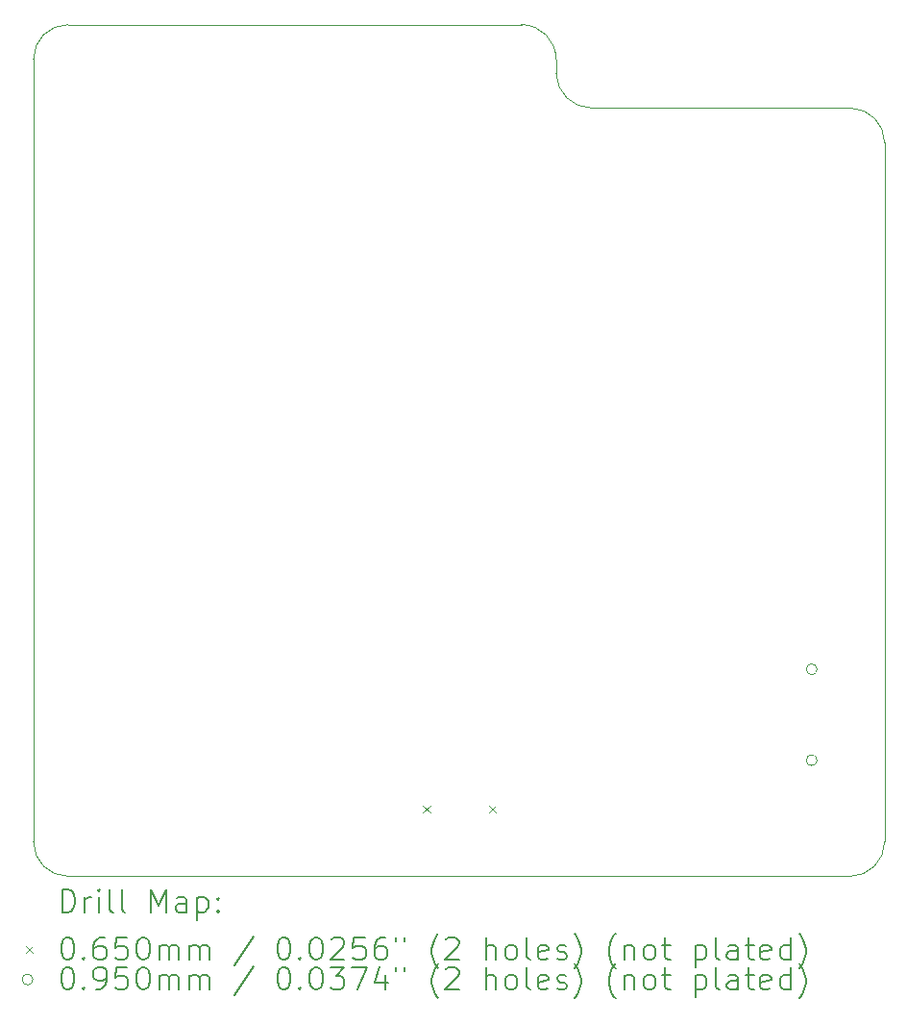
<source format=gbr>
%FSLAX45Y45*%
G04 Gerber Fmt 4.5, Leading zero omitted, Abs format (unit mm)*
G04 Created by KiCad (PCBNEW (6.0.4)) date 2022-07-20 18:14:05*
%MOMM*%
%LPD*%
G01*
G04 APERTURE LIST*
%TA.AperFunction,Profile*%
%ADD10C,0.100000*%
%TD*%
%ADD11C,0.200000*%
%ADD12C,0.065000*%
%ADD13C,0.095000*%
G04 APERTURE END LIST*
D10*
X20750000Y-6789138D02*
X20750000Y-12945862D01*
X13250000Y-12945862D02*
X13250000Y-6054138D01*
X20749999Y-6789138D02*
G75*
G03*
X20450000Y-6485000I-304169J-2D01*
G01*
X17855000Y-6060000D02*
G75*
G03*
X17550000Y-5750000I-305000J4960D01*
G01*
X17550000Y-5750000D02*
X13554138Y-5750000D01*
X13250000Y-12945862D02*
G75*
G03*
X13554138Y-13250000I304140J2D01*
G01*
X20445862Y-13250000D02*
G75*
G03*
X20750000Y-12945862I-2J304140D01*
G01*
X17855000Y-6060000D02*
X17855000Y-6175000D01*
X20450000Y-6485000D02*
X18170000Y-6485000D01*
X13554138Y-5750000D02*
G75*
G03*
X13250000Y-6054138I2J-304140D01*
G01*
X17855000Y-6175000D02*
G75*
G03*
X18170000Y-6485000I315000J5040D01*
G01*
X13554138Y-13250000D02*
X20445862Y-13250000D01*
D11*
D12*
X16683500Y-12627000D02*
X16748500Y-12692000D01*
X16748500Y-12627000D02*
X16683500Y-12692000D01*
X17261500Y-12627000D02*
X17326500Y-12692000D01*
X17326500Y-12627000D02*
X17261500Y-12692000D01*
D13*
X20155009Y-11427500D02*
G75*
G03*
X20155009Y-11427500I-47500J0D01*
G01*
X20155009Y-12227500D02*
G75*
G03*
X20155009Y-12227500I-47500J0D01*
G01*
D11*
X13502619Y-13565476D02*
X13502619Y-13365476D01*
X13550238Y-13365476D01*
X13578809Y-13375000D01*
X13597857Y-13394048D01*
X13607381Y-13413095D01*
X13616905Y-13451190D01*
X13616905Y-13479762D01*
X13607381Y-13517857D01*
X13597857Y-13536905D01*
X13578809Y-13555952D01*
X13550238Y-13565476D01*
X13502619Y-13565476D01*
X13702619Y-13565476D02*
X13702619Y-13432143D01*
X13702619Y-13470238D02*
X13712143Y-13451190D01*
X13721667Y-13441667D01*
X13740714Y-13432143D01*
X13759762Y-13432143D01*
X13826428Y-13565476D02*
X13826428Y-13432143D01*
X13826428Y-13365476D02*
X13816905Y-13375000D01*
X13826428Y-13384524D01*
X13835952Y-13375000D01*
X13826428Y-13365476D01*
X13826428Y-13384524D01*
X13950238Y-13565476D02*
X13931190Y-13555952D01*
X13921667Y-13536905D01*
X13921667Y-13365476D01*
X14055000Y-13565476D02*
X14035952Y-13555952D01*
X14026428Y-13536905D01*
X14026428Y-13365476D01*
X14283571Y-13565476D02*
X14283571Y-13365476D01*
X14350238Y-13508333D01*
X14416905Y-13365476D01*
X14416905Y-13565476D01*
X14597857Y-13565476D02*
X14597857Y-13460714D01*
X14588333Y-13441667D01*
X14569286Y-13432143D01*
X14531190Y-13432143D01*
X14512143Y-13441667D01*
X14597857Y-13555952D02*
X14578809Y-13565476D01*
X14531190Y-13565476D01*
X14512143Y-13555952D01*
X14502619Y-13536905D01*
X14502619Y-13517857D01*
X14512143Y-13498809D01*
X14531190Y-13489286D01*
X14578809Y-13489286D01*
X14597857Y-13479762D01*
X14693095Y-13432143D02*
X14693095Y-13632143D01*
X14693095Y-13441667D02*
X14712143Y-13432143D01*
X14750238Y-13432143D01*
X14769286Y-13441667D01*
X14778809Y-13451190D01*
X14788333Y-13470238D01*
X14788333Y-13527381D01*
X14778809Y-13546428D01*
X14769286Y-13555952D01*
X14750238Y-13565476D01*
X14712143Y-13565476D01*
X14693095Y-13555952D01*
X14874048Y-13546428D02*
X14883571Y-13555952D01*
X14874048Y-13565476D01*
X14864524Y-13555952D01*
X14874048Y-13546428D01*
X14874048Y-13565476D01*
X14874048Y-13441667D02*
X14883571Y-13451190D01*
X14874048Y-13460714D01*
X14864524Y-13451190D01*
X14874048Y-13441667D01*
X14874048Y-13460714D01*
D12*
X13180000Y-13862500D02*
X13245000Y-13927500D01*
X13245000Y-13862500D02*
X13180000Y-13927500D01*
D11*
X13540714Y-13785476D02*
X13559762Y-13785476D01*
X13578809Y-13795000D01*
X13588333Y-13804524D01*
X13597857Y-13823571D01*
X13607381Y-13861667D01*
X13607381Y-13909286D01*
X13597857Y-13947381D01*
X13588333Y-13966428D01*
X13578809Y-13975952D01*
X13559762Y-13985476D01*
X13540714Y-13985476D01*
X13521667Y-13975952D01*
X13512143Y-13966428D01*
X13502619Y-13947381D01*
X13493095Y-13909286D01*
X13493095Y-13861667D01*
X13502619Y-13823571D01*
X13512143Y-13804524D01*
X13521667Y-13795000D01*
X13540714Y-13785476D01*
X13693095Y-13966428D02*
X13702619Y-13975952D01*
X13693095Y-13985476D01*
X13683571Y-13975952D01*
X13693095Y-13966428D01*
X13693095Y-13985476D01*
X13874048Y-13785476D02*
X13835952Y-13785476D01*
X13816905Y-13795000D01*
X13807381Y-13804524D01*
X13788333Y-13833095D01*
X13778809Y-13871190D01*
X13778809Y-13947381D01*
X13788333Y-13966428D01*
X13797857Y-13975952D01*
X13816905Y-13985476D01*
X13855000Y-13985476D01*
X13874048Y-13975952D01*
X13883571Y-13966428D01*
X13893095Y-13947381D01*
X13893095Y-13899762D01*
X13883571Y-13880714D01*
X13874048Y-13871190D01*
X13855000Y-13861667D01*
X13816905Y-13861667D01*
X13797857Y-13871190D01*
X13788333Y-13880714D01*
X13778809Y-13899762D01*
X14074048Y-13785476D02*
X13978809Y-13785476D01*
X13969286Y-13880714D01*
X13978809Y-13871190D01*
X13997857Y-13861667D01*
X14045476Y-13861667D01*
X14064524Y-13871190D01*
X14074048Y-13880714D01*
X14083571Y-13899762D01*
X14083571Y-13947381D01*
X14074048Y-13966428D01*
X14064524Y-13975952D01*
X14045476Y-13985476D01*
X13997857Y-13985476D01*
X13978809Y-13975952D01*
X13969286Y-13966428D01*
X14207381Y-13785476D02*
X14226428Y-13785476D01*
X14245476Y-13795000D01*
X14255000Y-13804524D01*
X14264524Y-13823571D01*
X14274048Y-13861667D01*
X14274048Y-13909286D01*
X14264524Y-13947381D01*
X14255000Y-13966428D01*
X14245476Y-13975952D01*
X14226428Y-13985476D01*
X14207381Y-13985476D01*
X14188333Y-13975952D01*
X14178809Y-13966428D01*
X14169286Y-13947381D01*
X14159762Y-13909286D01*
X14159762Y-13861667D01*
X14169286Y-13823571D01*
X14178809Y-13804524D01*
X14188333Y-13795000D01*
X14207381Y-13785476D01*
X14359762Y-13985476D02*
X14359762Y-13852143D01*
X14359762Y-13871190D02*
X14369286Y-13861667D01*
X14388333Y-13852143D01*
X14416905Y-13852143D01*
X14435952Y-13861667D01*
X14445476Y-13880714D01*
X14445476Y-13985476D01*
X14445476Y-13880714D02*
X14455000Y-13861667D01*
X14474048Y-13852143D01*
X14502619Y-13852143D01*
X14521667Y-13861667D01*
X14531190Y-13880714D01*
X14531190Y-13985476D01*
X14626428Y-13985476D02*
X14626428Y-13852143D01*
X14626428Y-13871190D02*
X14635952Y-13861667D01*
X14655000Y-13852143D01*
X14683571Y-13852143D01*
X14702619Y-13861667D01*
X14712143Y-13880714D01*
X14712143Y-13985476D01*
X14712143Y-13880714D02*
X14721667Y-13861667D01*
X14740714Y-13852143D01*
X14769286Y-13852143D01*
X14788333Y-13861667D01*
X14797857Y-13880714D01*
X14797857Y-13985476D01*
X15188333Y-13775952D02*
X15016905Y-14033095D01*
X15445476Y-13785476D02*
X15464524Y-13785476D01*
X15483571Y-13795000D01*
X15493095Y-13804524D01*
X15502619Y-13823571D01*
X15512143Y-13861667D01*
X15512143Y-13909286D01*
X15502619Y-13947381D01*
X15493095Y-13966428D01*
X15483571Y-13975952D01*
X15464524Y-13985476D01*
X15445476Y-13985476D01*
X15426428Y-13975952D01*
X15416905Y-13966428D01*
X15407381Y-13947381D01*
X15397857Y-13909286D01*
X15397857Y-13861667D01*
X15407381Y-13823571D01*
X15416905Y-13804524D01*
X15426428Y-13795000D01*
X15445476Y-13785476D01*
X15597857Y-13966428D02*
X15607381Y-13975952D01*
X15597857Y-13985476D01*
X15588333Y-13975952D01*
X15597857Y-13966428D01*
X15597857Y-13985476D01*
X15731190Y-13785476D02*
X15750238Y-13785476D01*
X15769286Y-13795000D01*
X15778809Y-13804524D01*
X15788333Y-13823571D01*
X15797857Y-13861667D01*
X15797857Y-13909286D01*
X15788333Y-13947381D01*
X15778809Y-13966428D01*
X15769286Y-13975952D01*
X15750238Y-13985476D01*
X15731190Y-13985476D01*
X15712143Y-13975952D01*
X15702619Y-13966428D01*
X15693095Y-13947381D01*
X15683571Y-13909286D01*
X15683571Y-13861667D01*
X15693095Y-13823571D01*
X15702619Y-13804524D01*
X15712143Y-13795000D01*
X15731190Y-13785476D01*
X15874048Y-13804524D02*
X15883571Y-13795000D01*
X15902619Y-13785476D01*
X15950238Y-13785476D01*
X15969286Y-13795000D01*
X15978809Y-13804524D01*
X15988333Y-13823571D01*
X15988333Y-13842619D01*
X15978809Y-13871190D01*
X15864524Y-13985476D01*
X15988333Y-13985476D01*
X16169286Y-13785476D02*
X16074048Y-13785476D01*
X16064524Y-13880714D01*
X16074048Y-13871190D01*
X16093095Y-13861667D01*
X16140714Y-13861667D01*
X16159762Y-13871190D01*
X16169286Y-13880714D01*
X16178809Y-13899762D01*
X16178809Y-13947381D01*
X16169286Y-13966428D01*
X16159762Y-13975952D01*
X16140714Y-13985476D01*
X16093095Y-13985476D01*
X16074048Y-13975952D01*
X16064524Y-13966428D01*
X16350238Y-13785476D02*
X16312143Y-13785476D01*
X16293095Y-13795000D01*
X16283571Y-13804524D01*
X16264524Y-13833095D01*
X16255000Y-13871190D01*
X16255000Y-13947381D01*
X16264524Y-13966428D01*
X16274048Y-13975952D01*
X16293095Y-13985476D01*
X16331190Y-13985476D01*
X16350238Y-13975952D01*
X16359762Y-13966428D01*
X16369286Y-13947381D01*
X16369286Y-13899762D01*
X16359762Y-13880714D01*
X16350238Y-13871190D01*
X16331190Y-13861667D01*
X16293095Y-13861667D01*
X16274048Y-13871190D01*
X16264524Y-13880714D01*
X16255000Y-13899762D01*
X16445476Y-13785476D02*
X16445476Y-13823571D01*
X16521667Y-13785476D02*
X16521667Y-13823571D01*
X16816905Y-14061667D02*
X16807381Y-14052143D01*
X16788333Y-14023571D01*
X16778810Y-14004524D01*
X16769286Y-13975952D01*
X16759762Y-13928333D01*
X16759762Y-13890238D01*
X16769286Y-13842619D01*
X16778810Y-13814048D01*
X16788333Y-13795000D01*
X16807381Y-13766428D01*
X16816905Y-13756905D01*
X16883571Y-13804524D02*
X16893095Y-13795000D01*
X16912143Y-13785476D01*
X16959762Y-13785476D01*
X16978810Y-13795000D01*
X16988333Y-13804524D01*
X16997857Y-13823571D01*
X16997857Y-13842619D01*
X16988333Y-13871190D01*
X16874048Y-13985476D01*
X16997857Y-13985476D01*
X17235952Y-13985476D02*
X17235952Y-13785476D01*
X17321667Y-13985476D02*
X17321667Y-13880714D01*
X17312143Y-13861667D01*
X17293095Y-13852143D01*
X17264524Y-13852143D01*
X17245476Y-13861667D01*
X17235952Y-13871190D01*
X17445476Y-13985476D02*
X17426429Y-13975952D01*
X17416905Y-13966428D01*
X17407381Y-13947381D01*
X17407381Y-13890238D01*
X17416905Y-13871190D01*
X17426429Y-13861667D01*
X17445476Y-13852143D01*
X17474048Y-13852143D01*
X17493095Y-13861667D01*
X17502619Y-13871190D01*
X17512143Y-13890238D01*
X17512143Y-13947381D01*
X17502619Y-13966428D01*
X17493095Y-13975952D01*
X17474048Y-13985476D01*
X17445476Y-13985476D01*
X17626429Y-13985476D02*
X17607381Y-13975952D01*
X17597857Y-13956905D01*
X17597857Y-13785476D01*
X17778810Y-13975952D02*
X17759762Y-13985476D01*
X17721667Y-13985476D01*
X17702619Y-13975952D01*
X17693095Y-13956905D01*
X17693095Y-13880714D01*
X17702619Y-13861667D01*
X17721667Y-13852143D01*
X17759762Y-13852143D01*
X17778810Y-13861667D01*
X17788333Y-13880714D01*
X17788333Y-13899762D01*
X17693095Y-13918809D01*
X17864524Y-13975952D02*
X17883571Y-13985476D01*
X17921667Y-13985476D01*
X17940714Y-13975952D01*
X17950238Y-13956905D01*
X17950238Y-13947381D01*
X17940714Y-13928333D01*
X17921667Y-13918809D01*
X17893095Y-13918809D01*
X17874048Y-13909286D01*
X17864524Y-13890238D01*
X17864524Y-13880714D01*
X17874048Y-13861667D01*
X17893095Y-13852143D01*
X17921667Y-13852143D01*
X17940714Y-13861667D01*
X18016905Y-14061667D02*
X18026429Y-14052143D01*
X18045476Y-14023571D01*
X18055000Y-14004524D01*
X18064524Y-13975952D01*
X18074048Y-13928333D01*
X18074048Y-13890238D01*
X18064524Y-13842619D01*
X18055000Y-13814048D01*
X18045476Y-13795000D01*
X18026429Y-13766428D01*
X18016905Y-13756905D01*
X18378810Y-14061667D02*
X18369286Y-14052143D01*
X18350238Y-14023571D01*
X18340714Y-14004524D01*
X18331190Y-13975952D01*
X18321667Y-13928333D01*
X18321667Y-13890238D01*
X18331190Y-13842619D01*
X18340714Y-13814048D01*
X18350238Y-13795000D01*
X18369286Y-13766428D01*
X18378810Y-13756905D01*
X18455000Y-13852143D02*
X18455000Y-13985476D01*
X18455000Y-13871190D02*
X18464524Y-13861667D01*
X18483571Y-13852143D01*
X18512143Y-13852143D01*
X18531190Y-13861667D01*
X18540714Y-13880714D01*
X18540714Y-13985476D01*
X18664524Y-13985476D02*
X18645476Y-13975952D01*
X18635952Y-13966428D01*
X18626429Y-13947381D01*
X18626429Y-13890238D01*
X18635952Y-13871190D01*
X18645476Y-13861667D01*
X18664524Y-13852143D01*
X18693095Y-13852143D01*
X18712143Y-13861667D01*
X18721667Y-13871190D01*
X18731190Y-13890238D01*
X18731190Y-13947381D01*
X18721667Y-13966428D01*
X18712143Y-13975952D01*
X18693095Y-13985476D01*
X18664524Y-13985476D01*
X18788333Y-13852143D02*
X18864524Y-13852143D01*
X18816905Y-13785476D02*
X18816905Y-13956905D01*
X18826429Y-13975952D01*
X18845476Y-13985476D01*
X18864524Y-13985476D01*
X19083571Y-13852143D02*
X19083571Y-14052143D01*
X19083571Y-13861667D02*
X19102619Y-13852143D01*
X19140714Y-13852143D01*
X19159762Y-13861667D01*
X19169286Y-13871190D01*
X19178810Y-13890238D01*
X19178810Y-13947381D01*
X19169286Y-13966428D01*
X19159762Y-13975952D01*
X19140714Y-13985476D01*
X19102619Y-13985476D01*
X19083571Y-13975952D01*
X19293095Y-13985476D02*
X19274048Y-13975952D01*
X19264524Y-13956905D01*
X19264524Y-13785476D01*
X19455000Y-13985476D02*
X19455000Y-13880714D01*
X19445476Y-13861667D01*
X19426429Y-13852143D01*
X19388333Y-13852143D01*
X19369286Y-13861667D01*
X19455000Y-13975952D02*
X19435952Y-13985476D01*
X19388333Y-13985476D01*
X19369286Y-13975952D01*
X19359762Y-13956905D01*
X19359762Y-13937857D01*
X19369286Y-13918809D01*
X19388333Y-13909286D01*
X19435952Y-13909286D01*
X19455000Y-13899762D01*
X19521667Y-13852143D02*
X19597857Y-13852143D01*
X19550238Y-13785476D02*
X19550238Y-13956905D01*
X19559762Y-13975952D01*
X19578810Y-13985476D01*
X19597857Y-13985476D01*
X19740714Y-13975952D02*
X19721667Y-13985476D01*
X19683571Y-13985476D01*
X19664524Y-13975952D01*
X19655000Y-13956905D01*
X19655000Y-13880714D01*
X19664524Y-13861667D01*
X19683571Y-13852143D01*
X19721667Y-13852143D01*
X19740714Y-13861667D01*
X19750238Y-13880714D01*
X19750238Y-13899762D01*
X19655000Y-13918809D01*
X19921667Y-13985476D02*
X19921667Y-13785476D01*
X19921667Y-13975952D02*
X19902619Y-13985476D01*
X19864524Y-13985476D01*
X19845476Y-13975952D01*
X19835952Y-13966428D01*
X19826429Y-13947381D01*
X19826429Y-13890238D01*
X19835952Y-13871190D01*
X19845476Y-13861667D01*
X19864524Y-13852143D01*
X19902619Y-13852143D01*
X19921667Y-13861667D01*
X19997857Y-14061667D02*
X20007381Y-14052143D01*
X20026429Y-14023571D01*
X20035952Y-14004524D01*
X20045476Y-13975952D01*
X20055000Y-13928333D01*
X20055000Y-13890238D01*
X20045476Y-13842619D01*
X20035952Y-13814048D01*
X20026429Y-13795000D01*
X20007381Y-13766428D01*
X19997857Y-13756905D01*
D13*
X13245000Y-14159000D02*
G75*
G03*
X13245000Y-14159000I-47500J0D01*
G01*
D11*
X13540714Y-14049476D02*
X13559762Y-14049476D01*
X13578809Y-14059000D01*
X13588333Y-14068524D01*
X13597857Y-14087571D01*
X13607381Y-14125667D01*
X13607381Y-14173286D01*
X13597857Y-14211381D01*
X13588333Y-14230428D01*
X13578809Y-14239952D01*
X13559762Y-14249476D01*
X13540714Y-14249476D01*
X13521667Y-14239952D01*
X13512143Y-14230428D01*
X13502619Y-14211381D01*
X13493095Y-14173286D01*
X13493095Y-14125667D01*
X13502619Y-14087571D01*
X13512143Y-14068524D01*
X13521667Y-14059000D01*
X13540714Y-14049476D01*
X13693095Y-14230428D02*
X13702619Y-14239952D01*
X13693095Y-14249476D01*
X13683571Y-14239952D01*
X13693095Y-14230428D01*
X13693095Y-14249476D01*
X13797857Y-14249476D02*
X13835952Y-14249476D01*
X13855000Y-14239952D01*
X13864524Y-14230428D01*
X13883571Y-14201857D01*
X13893095Y-14163762D01*
X13893095Y-14087571D01*
X13883571Y-14068524D01*
X13874048Y-14059000D01*
X13855000Y-14049476D01*
X13816905Y-14049476D01*
X13797857Y-14059000D01*
X13788333Y-14068524D01*
X13778809Y-14087571D01*
X13778809Y-14135190D01*
X13788333Y-14154238D01*
X13797857Y-14163762D01*
X13816905Y-14173286D01*
X13855000Y-14173286D01*
X13874048Y-14163762D01*
X13883571Y-14154238D01*
X13893095Y-14135190D01*
X14074048Y-14049476D02*
X13978809Y-14049476D01*
X13969286Y-14144714D01*
X13978809Y-14135190D01*
X13997857Y-14125667D01*
X14045476Y-14125667D01*
X14064524Y-14135190D01*
X14074048Y-14144714D01*
X14083571Y-14163762D01*
X14083571Y-14211381D01*
X14074048Y-14230428D01*
X14064524Y-14239952D01*
X14045476Y-14249476D01*
X13997857Y-14249476D01*
X13978809Y-14239952D01*
X13969286Y-14230428D01*
X14207381Y-14049476D02*
X14226428Y-14049476D01*
X14245476Y-14059000D01*
X14255000Y-14068524D01*
X14264524Y-14087571D01*
X14274048Y-14125667D01*
X14274048Y-14173286D01*
X14264524Y-14211381D01*
X14255000Y-14230428D01*
X14245476Y-14239952D01*
X14226428Y-14249476D01*
X14207381Y-14249476D01*
X14188333Y-14239952D01*
X14178809Y-14230428D01*
X14169286Y-14211381D01*
X14159762Y-14173286D01*
X14159762Y-14125667D01*
X14169286Y-14087571D01*
X14178809Y-14068524D01*
X14188333Y-14059000D01*
X14207381Y-14049476D01*
X14359762Y-14249476D02*
X14359762Y-14116143D01*
X14359762Y-14135190D02*
X14369286Y-14125667D01*
X14388333Y-14116143D01*
X14416905Y-14116143D01*
X14435952Y-14125667D01*
X14445476Y-14144714D01*
X14445476Y-14249476D01*
X14445476Y-14144714D02*
X14455000Y-14125667D01*
X14474048Y-14116143D01*
X14502619Y-14116143D01*
X14521667Y-14125667D01*
X14531190Y-14144714D01*
X14531190Y-14249476D01*
X14626428Y-14249476D02*
X14626428Y-14116143D01*
X14626428Y-14135190D02*
X14635952Y-14125667D01*
X14655000Y-14116143D01*
X14683571Y-14116143D01*
X14702619Y-14125667D01*
X14712143Y-14144714D01*
X14712143Y-14249476D01*
X14712143Y-14144714D02*
X14721667Y-14125667D01*
X14740714Y-14116143D01*
X14769286Y-14116143D01*
X14788333Y-14125667D01*
X14797857Y-14144714D01*
X14797857Y-14249476D01*
X15188333Y-14039952D02*
X15016905Y-14297095D01*
X15445476Y-14049476D02*
X15464524Y-14049476D01*
X15483571Y-14059000D01*
X15493095Y-14068524D01*
X15502619Y-14087571D01*
X15512143Y-14125667D01*
X15512143Y-14173286D01*
X15502619Y-14211381D01*
X15493095Y-14230428D01*
X15483571Y-14239952D01*
X15464524Y-14249476D01*
X15445476Y-14249476D01*
X15426428Y-14239952D01*
X15416905Y-14230428D01*
X15407381Y-14211381D01*
X15397857Y-14173286D01*
X15397857Y-14125667D01*
X15407381Y-14087571D01*
X15416905Y-14068524D01*
X15426428Y-14059000D01*
X15445476Y-14049476D01*
X15597857Y-14230428D02*
X15607381Y-14239952D01*
X15597857Y-14249476D01*
X15588333Y-14239952D01*
X15597857Y-14230428D01*
X15597857Y-14249476D01*
X15731190Y-14049476D02*
X15750238Y-14049476D01*
X15769286Y-14059000D01*
X15778809Y-14068524D01*
X15788333Y-14087571D01*
X15797857Y-14125667D01*
X15797857Y-14173286D01*
X15788333Y-14211381D01*
X15778809Y-14230428D01*
X15769286Y-14239952D01*
X15750238Y-14249476D01*
X15731190Y-14249476D01*
X15712143Y-14239952D01*
X15702619Y-14230428D01*
X15693095Y-14211381D01*
X15683571Y-14173286D01*
X15683571Y-14125667D01*
X15693095Y-14087571D01*
X15702619Y-14068524D01*
X15712143Y-14059000D01*
X15731190Y-14049476D01*
X15864524Y-14049476D02*
X15988333Y-14049476D01*
X15921667Y-14125667D01*
X15950238Y-14125667D01*
X15969286Y-14135190D01*
X15978809Y-14144714D01*
X15988333Y-14163762D01*
X15988333Y-14211381D01*
X15978809Y-14230428D01*
X15969286Y-14239952D01*
X15950238Y-14249476D01*
X15893095Y-14249476D01*
X15874048Y-14239952D01*
X15864524Y-14230428D01*
X16055000Y-14049476D02*
X16188333Y-14049476D01*
X16102619Y-14249476D01*
X16350238Y-14116143D02*
X16350238Y-14249476D01*
X16302619Y-14039952D02*
X16255000Y-14182809D01*
X16378809Y-14182809D01*
X16445476Y-14049476D02*
X16445476Y-14087571D01*
X16521667Y-14049476D02*
X16521667Y-14087571D01*
X16816905Y-14325667D02*
X16807381Y-14316143D01*
X16788333Y-14287571D01*
X16778810Y-14268524D01*
X16769286Y-14239952D01*
X16759762Y-14192333D01*
X16759762Y-14154238D01*
X16769286Y-14106619D01*
X16778810Y-14078048D01*
X16788333Y-14059000D01*
X16807381Y-14030428D01*
X16816905Y-14020905D01*
X16883571Y-14068524D02*
X16893095Y-14059000D01*
X16912143Y-14049476D01*
X16959762Y-14049476D01*
X16978810Y-14059000D01*
X16988333Y-14068524D01*
X16997857Y-14087571D01*
X16997857Y-14106619D01*
X16988333Y-14135190D01*
X16874048Y-14249476D01*
X16997857Y-14249476D01*
X17235952Y-14249476D02*
X17235952Y-14049476D01*
X17321667Y-14249476D02*
X17321667Y-14144714D01*
X17312143Y-14125667D01*
X17293095Y-14116143D01*
X17264524Y-14116143D01*
X17245476Y-14125667D01*
X17235952Y-14135190D01*
X17445476Y-14249476D02*
X17426429Y-14239952D01*
X17416905Y-14230428D01*
X17407381Y-14211381D01*
X17407381Y-14154238D01*
X17416905Y-14135190D01*
X17426429Y-14125667D01*
X17445476Y-14116143D01*
X17474048Y-14116143D01*
X17493095Y-14125667D01*
X17502619Y-14135190D01*
X17512143Y-14154238D01*
X17512143Y-14211381D01*
X17502619Y-14230428D01*
X17493095Y-14239952D01*
X17474048Y-14249476D01*
X17445476Y-14249476D01*
X17626429Y-14249476D02*
X17607381Y-14239952D01*
X17597857Y-14220905D01*
X17597857Y-14049476D01*
X17778810Y-14239952D02*
X17759762Y-14249476D01*
X17721667Y-14249476D01*
X17702619Y-14239952D01*
X17693095Y-14220905D01*
X17693095Y-14144714D01*
X17702619Y-14125667D01*
X17721667Y-14116143D01*
X17759762Y-14116143D01*
X17778810Y-14125667D01*
X17788333Y-14144714D01*
X17788333Y-14163762D01*
X17693095Y-14182809D01*
X17864524Y-14239952D02*
X17883571Y-14249476D01*
X17921667Y-14249476D01*
X17940714Y-14239952D01*
X17950238Y-14220905D01*
X17950238Y-14211381D01*
X17940714Y-14192333D01*
X17921667Y-14182809D01*
X17893095Y-14182809D01*
X17874048Y-14173286D01*
X17864524Y-14154238D01*
X17864524Y-14144714D01*
X17874048Y-14125667D01*
X17893095Y-14116143D01*
X17921667Y-14116143D01*
X17940714Y-14125667D01*
X18016905Y-14325667D02*
X18026429Y-14316143D01*
X18045476Y-14287571D01*
X18055000Y-14268524D01*
X18064524Y-14239952D01*
X18074048Y-14192333D01*
X18074048Y-14154238D01*
X18064524Y-14106619D01*
X18055000Y-14078048D01*
X18045476Y-14059000D01*
X18026429Y-14030428D01*
X18016905Y-14020905D01*
X18378810Y-14325667D02*
X18369286Y-14316143D01*
X18350238Y-14287571D01*
X18340714Y-14268524D01*
X18331190Y-14239952D01*
X18321667Y-14192333D01*
X18321667Y-14154238D01*
X18331190Y-14106619D01*
X18340714Y-14078048D01*
X18350238Y-14059000D01*
X18369286Y-14030428D01*
X18378810Y-14020905D01*
X18455000Y-14116143D02*
X18455000Y-14249476D01*
X18455000Y-14135190D02*
X18464524Y-14125667D01*
X18483571Y-14116143D01*
X18512143Y-14116143D01*
X18531190Y-14125667D01*
X18540714Y-14144714D01*
X18540714Y-14249476D01*
X18664524Y-14249476D02*
X18645476Y-14239952D01*
X18635952Y-14230428D01*
X18626429Y-14211381D01*
X18626429Y-14154238D01*
X18635952Y-14135190D01*
X18645476Y-14125667D01*
X18664524Y-14116143D01*
X18693095Y-14116143D01*
X18712143Y-14125667D01*
X18721667Y-14135190D01*
X18731190Y-14154238D01*
X18731190Y-14211381D01*
X18721667Y-14230428D01*
X18712143Y-14239952D01*
X18693095Y-14249476D01*
X18664524Y-14249476D01*
X18788333Y-14116143D02*
X18864524Y-14116143D01*
X18816905Y-14049476D02*
X18816905Y-14220905D01*
X18826429Y-14239952D01*
X18845476Y-14249476D01*
X18864524Y-14249476D01*
X19083571Y-14116143D02*
X19083571Y-14316143D01*
X19083571Y-14125667D02*
X19102619Y-14116143D01*
X19140714Y-14116143D01*
X19159762Y-14125667D01*
X19169286Y-14135190D01*
X19178810Y-14154238D01*
X19178810Y-14211381D01*
X19169286Y-14230428D01*
X19159762Y-14239952D01*
X19140714Y-14249476D01*
X19102619Y-14249476D01*
X19083571Y-14239952D01*
X19293095Y-14249476D02*
X19274048Y-14239952D01*
X19264524Y-14220905D01*
X19264524Y-14049476D01*
X19455000Y-14249476D02*
X19455000Y-14144714D01*
X19445476Y-14125667D01*
X19426429Y-14116143D01*
X19388333Y-14116143D01*
X19369286Y-14125667D01*
X19455000Y-14239952D02*
X19435952Y-14249476D01*
X19388333Y-14249476D01*
X19369286Y-14239952D01*
X19359762Y-14220905D01*
X19359762Y-14201857D01*
X19369286Y-14182809D01*
X19388333Y-14173286D01*
X19435952Y-14173286D01*
X19455000Y-14163762D01*
X19521667Y-14116143D02*
X19597857Y-14116143D01*
X19550238Y-14049476D02*
X19550238Y-14220905D01*
X19559762Y-14239952D01*
X19578810Y-14249476D01*
X19597857Y-14249476D01*
X19740714Y-14239952D02*
X19721667Y-14249476D01*
X19683571Y-14249476D01*
X19664524Y-14239952D01*
X19655000Y-14220905D01*
X19655000Y-14144714D01*
X19664524Y-14125667D01*
X19683571Y-14116143D01*
X19721667Y-14116143D01*
X19740714Y-14125667D01*
X19750238Y-14144714D01*
X19750238Y-14163762D01*
X19655000Y-14182809D01*
X19921667Y-14249476D02*
X19921667Y-14049476D01*
X19921667Y-14239952D02*
X19902619Y-14249476D01*
X19864524Y-14249476D01*
X19845476Y-14239952D01*
X19835952Y-14230428D01*
X19826429Y-14211381D01*
X19826429Y-14154238D01*
X19835952Y-14135190D01*
X19845476Y-14125667D01*
X19864524Y-14116143D01*
X19902619Y-14116143D01*
X19921667Y-14125667D01*
X19997857Y-14325667D02*
X20007381Y-14316143D01*
X20026429Y-14287571D01*
X20035952Y-14268524D01*
X20045476Y-14239952D01*
X20055000Y-14192333D01*
X20055000Y-14154238D01*
X20045476Y-14106619D01*
X20035952Y-14078048D01*
X20026429Y-14059000D01*
X20007381Y-14030428D01*
X19997857Y-14020905D01*
M02*

</source>
